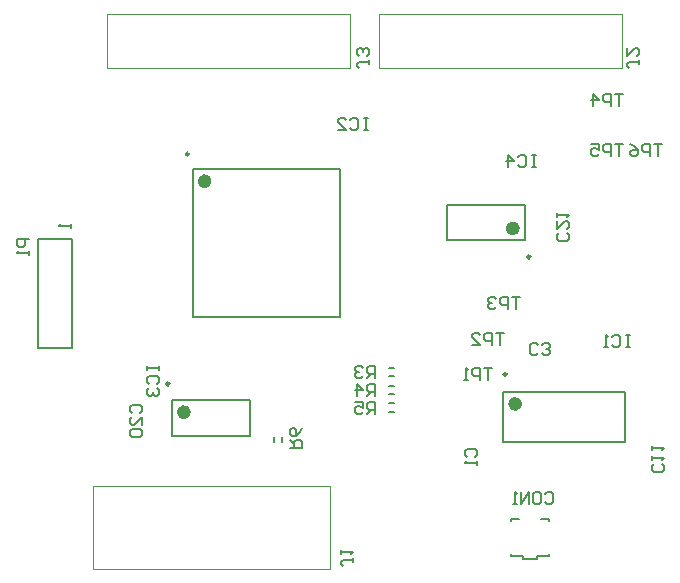
<source format=gto>
%FSLAX43Y43*%
%MOMM*%
G71*
G01*
G75*
G04 Layer_Color=65535*
%ADD10C,0.305*%
%ADD11C,1.000*%
%ADD12O,0.350X2.000*%
%ADD13R,0.700X0.900*%
%ADD14R,0.900X0.800*%
%ADD15R,0.800X0.900*%
%ADD16R,0.900X0.700*%
%ADD17O,1.800X0.300*%
%ADD18O,0.300X1.800*%
%ADD19O,0.450X2.200*%
%ADD20R,1.050X2.200*%
%ADD21R,1.000X1.050*%
%ADD22C,0.127*%
%ADD23C,4.500*%
%ADD24C,1.500*%
%ADD25C,1.300*%
%ADD26R,1.300X1.300*%
%ADD27C,0.889*%
%ADD28R,1.400X1.100*%
%ADD29R,1.400X1.200*%
%ADD30R,2.100X0.900*%
%ADD31R,2.100X3.200*%
%ADD32C,0.600*%
%ADD33C,0.250*%
%ADD34C,0.200*%
%ADD35C,0.100*%
%ADD36C,0.152*%
%ADD37C,0.152*%
D32*
X14400Y14600D02*
G03*
X14400Y14600I300J0D01*
G01*
X42256Y30158D02*
G03*
X42256Y30158I300J0D01*
G01*
X16150Y34150D02*
G03*
X16150Y34150I300J0D01*
G01*
X42450Y15300D02*
G03*
X42450Y15300I300J0D01*
G01*
D33*
X13225Y17000D02*
G03*
X13225Y17000I125J0D01*
G01*
X43781Y27758D02*
G03*
X43781Y27758I125J0D01*
G01*
X14875Y36450D02*
G03*
X14875Y36450I125J0D01*
G01*
X41775Y17800D02*
G03*
X41775Y17800I125J0D01*
G01*
D34*
X20300Y12600D02*
Y15600D01*
X13700Y12600D02*
Y15600D01*
X20300Y12600D02*
X13700D01*
X20300Y15600D02*
X13700D01*
X32500Y15350D02*
X32100D01*
X32500Y14650D02*
X32100D01*
X32500Y16850D02*
X32100D01*
X32500Y16150D02*
X32100D01*
X32500Y18350D02*
X32100D01*
X32500Y17650D02*
X32100D01*
X22350Y12100D02*
Y12500D01*
X23050Y12100D02*
Y12500D01*
X4000Y29300D02*
X2375D01*
Y20050D02*
Y29300D01*
X5200Y20050D02*
X2375D01*
X5200D02*
Y29300D01*
X4000D01*
X36956Y29158D02*
Y32158D01*
X43556Y29158D02*
Y32158D01*
X36956D01*
X43556Y29158D02*
X36956D01*
X27950Y22650D02*
Y35150D01*
X15450Y22650D02*
Y35150D01*
X27950Y22650D02*
X15450D01*
X27950Y35150D02*
X15450D01*
X52050Y16300D02*
X41750D01*
X52050Y12100D02*
X41750D01*
Y16300D01*
X52050Y12100D02*
Y16300D01*
X44600Y2200D02*
X43400D01*
X44600D02*
Y2400D01*
X43400Y2200D02*
Y2400D01*
X45600D02*
Y2600D01*
Y2400D02*
X44600D01*
X42400D02*
Y2600D01*
X43400Y2400D02*
X42400D01*
X45600Y5400D02*
Y5600D01*
X44900D01*
X43100D02*
X42400D01*
Y5400D02*
Y5600D01*
D35*
X27100Y1366D02*
Y8310D01*
Y1366D02*
X7000D01*
X27100Y8310D02*
X7000D01*
Y1366D02*
Y8310D01*
X31200Y43706D02*
Y48300D01*
X51800D02*
X31200D01*
X51800Y43706D02*
X31200D01*
X51800D02*
Y48300D01*
X8200Y43706D02*
Y48300D01*
X28800D02*
X8200D01*
X28800Y43706D02*
X8200D01*
X28800D02*
Y48300D01*
D36*
X51899Y37317D02*
X51222D01*
X51560D01*
Y36301D01*
X50883D02*
Y37317D01*
X50375D01*
X50206Y37148D01*
Y36809D01*
X50375Y36640D01*
X50883D01*
X49190Y37317D02*
X49867D01*
Y36809D01*
X49529Y36978D01*
X49360D01*
X49190Y36809D01*
Y36470D01*
X49360Y36301D01*
X49698D01*
X49867Y36470D01*
X51900Y41516D02*
X51223D01*
X51561D01*
Y40500D01*
X50884D02*
Y41516D01*
X50376D01*
X50207Y41346D01*
Y41008D01*
X50376Y40839D01*
X50884D01*
X49361Y40500D02*
Y41516D01*
X49869Y41008D01*
X49192D01*
X55200Y37316D02*
X54523D01*
X54861D01*
Y36300D01*
X54184D02*
Y37316D01*
X53676D01*
X53507Y37146D01*
Y36808D01*
X53676Y36639D01*
X54184D01*
X52492Y37316D02*
X52830Y37146D01*
X53169Y36808D01*
Y36469D01*
X52999Y36300D01*
X52661D01*
X52492Y36469D01*
Y36639D01*
X52661Y36808D01*
X53169D01*
X40800Y18316D02*
X40123D01*
X40461D01*
Y17300D01*
X39784D02*
Y18316D01*
X39276D01*
X39107Y18146D01*
Y17808D01*
X39276Y17639D01*
X39784D01*
X38769Y17300D02*
X38430D01*
X38599D01*
Y18316D01*
X38769Y18146D01*
X41800Y21316D02*
X41123D01*
X41461D01*
Y20300D01*
X40784D02*
Y21316D01*
X40276D01*
X40107Y21146D01*
Y20808D01*
X40276Y20639D01*
X40784D01*
X39092Y20300D02*
X39769D01*
X39092Y20977D01*
Y21146D01*
X39261Y21316D01*
X39599D01*
X39769Y21146D01*
X43200Y24316D02*
X42523D01*
X42861D01*
Y23300D01*
X42184D02*
Y24316D01*
X41676D01*
X41507Y24146D01*
Y23808D01*
X41676Y23639D01*
X42184D01*
X41169Y24146D02*
X40999Y24316D01*
X40661D01*
X40492Y24146D01*
Y23977D01*
X40661Y23808D01*
X40830D01*
X40661D01*
X40492Y23639D01*
Y23469D01*
X40661Y23300D01*
X40999D01*
X41169Y23469D01*
D37*
X38654Y10823D02*
X38484Y10992D01*
Y11331D01*
X38654Y11500D01*
X39331D01*
X39500Y11331D01*
Y10992D01*
X39331Y10823D01*
X39500Y10484D02*
Y10146D01*
Y10315D01*
X38484D01*
X38654Y10484D01*
X44715Y19638D02*
X44546Y19468D01*
X44207D01*
X44038Y19638D01*
Y20315D01*
X44207Y20484D01*
X44546D01*
X44715Y20315D01*
X45054Y19638D02*
X45223Y19468D01*
X45561D01*
X45731Y19638D01*
Y19807D01*
X45561Y19976D01*
X45392D01*
X45561D01*
X45731Y20145D01*
Y20315D01*
X45561Y20484D01*
X45223D01*
X45054Y20315D01*
X55146Y10177D02*
X55316Y10008D01*
Y9669D01*
X55146Y9500D01*
X54469D01*
X54300Y9669D01*
Y10008D01*
X54469Y10177D01*
X54300Y10516D02*
Y10854D01*
Y10685D01*
X55316D01*
X55146Y10516D01*
X54300Y11362D02*
Y11701D01*
Y11531D01*
X55316D01*
X55146Y11362D01*
X10290Y14505D02*
X10120Y14674D01*
Y15013D01*
X10290Y15182D01*
X10967D01*
X11136Y15013D01*
Y14674D01*
X10967Y14505D01*
X11136Y13489D02*
Y14166D01*
X10459Y13489D01*
X10290D01*
X10120Y13658D01*
Y13997D01*
X10290Y14166D01*
Y13151D02*
X10120Y12981D01*
Y12643D01*
X10290Y12474D01*
X10967D01*
X11136Y12643D01*
Y12981D01*
X10967Y13151D01*
X10290D01*
X47172Y29813D02*
X47342Y29644D01*
Y29305D01*
X47172Y29136D01*
X46495D01*
X46326Y29305D01*
Y29644D01*
X46495Y29813D01*
X46326Y30829D02*
Y30152D01*
X47003Y30829D01*
X47172D01*
X47342Y30660D01*
Y30321D01*
X47172Y30152D01*
X46326Y31167D02*
Y31506D01*
Y31337D01*
X47342D01*
X47172Y31167D01*
X45279Y7666D02*
X45448Y7835D01*
X45787D01*
X45956Y7666D01*
Y6989D01*
X45787Y6819D01*
X45448D01*
X45279Y6989D01*
X44432Y7835D02*
X44771D01*
X44940Y7666D01*
Y6989D01*
X44771Y6819D01*
X44432D01*
X44263Y6989D01*
Y7666D01*
X44432Y7835D01*
X43924Y6819D02*
Y7835D01*
X43247Y6819D01*
Y7835D01*
X42909Y6819D02*
X42570D01*
X42739D01*
Y7835D01*
X42909Y7666D01*
X52495Y21135D02*
X52156D01*
X52326D01*
Y20120D01*
X52495D01*
X52156D01*
X50971Y20966D02*
X51141Y21135D01*
X51479D01*
X51649Y20966D01*
Y20289D01*
X51479Y20120D01*
X51141D01*
X50971Y20289D01*
X50633Y20120D02*
X50294D01*
X50464D01*
Y21135D01*
X50633Y20966D01*
X30300Y39516D02*
X29961D01*
X30131D01*
Y38500D01*
X30300D01*
X29961D01*
X28776Y39346D02*
X28946Y39516D01*
X29284D01*
X29454Y39346D01*
Y38669D01*
X29284Y38500D01*
X28946D01*
X28776Y38669D01*
X27761Y38500D02*
X28438D01*
X27761Y39177D01*
Y39346D01*
X27930Y39516D01*
X28269D01*
X28438Y39346D01*
X11584Y18500D02*
Y18161D01*
Y18331D01*
X12600D01*
Y18500D01*
Y18161D01*
X11754Y16976D02*
X11584Y17146D01*
Y17484D01*
X11754Y17654D01*
X12431D01*
X12600Y17484D01*
Y17146D01*
X12431Y16976D01*
X11754Y16638D02*
X11584Y16469D01*
Y16130D01*
X11754Y15961D01*
X11923D01*
X12092Y16130D01*
Y16299D01*
Y16130D01*
X12261Y15961D01*
X12431D01*
X12600Y16130D01*
Y16469D01*
X12431Y16638D01*
X44500Y36416D02*
X44161D01*
X44331D01*
Y35400D01*
X44500D01*
X44161D01*
X42976Y36246D02*
X43146Y36416D01*
X43484D01*
X43654Y36246D01*
Y35569D01*
X43484Y35400D01*
X43146D01*
X42976Y35569D01*
X42130Y35400D02*
Y36416D01*
X42638Y35908D01*
X41961D01*
X53222Y44423D02*
Y44085D01*
Y44254D01*
X52375D01*
X52206Y44085D01*
Y43915D01*
X52375Y43746D01*
X52206Y45439D02*
Y44762D01*
X52883Y45439D01*
X53052D01*
X53222Y45270D01*
Y44931D01*
X53052Y44762D01*
X30362Y44423D02*
Y44085D01*
Y44254D01*
X29515D01*
X29346Y44085D01*
Y43915D01*
X29515Y43746D01*
X30192Y44762D02*
X30362Y44931D01*
Y45270D01*
X30192Y45439D01*
X30023D01*
X29854Y45270D01*
Y45100D01*
Y45270D01*
X29685Y45439D01*
X29515D01*
X29346Y45270D01*
Y44931D01*
X29515Y44762D01*
X29020Y2215D02*
Y1877D01*
Y2046D01*
X28173D01*
X28004Y1877D01*
Y1707D01*
X28173Y1538D01*
X28004Y2554D02*
Y2892D01*
Y2723D01*
X29020D01*
X28850Y2554D01*
X1600Y29300D02*
X584D01*
Y28792D01*
X754Y28623D01*
X1092D01*
X1261Y28792D01*
Y29300D01*
X1600Y28284D02*
Y27946D01*
Y28115D01*
X584D01*
X754Y28284D01*
X30868Y17528D02*
Y18544D01*
X30360D01*
X30191Y18374D01*
Y18036D01*
X30360Y17867D01*
X30868D01*
X30529D02*
X30191Y17528D01*
X29852Y18374D02*
X29683Y18544D01*
X29344D01*
X29175Y18374D01*
Y18205D01*
X29344Y18036D01*
X29514D01*
X29344D01*
X29175Y17867D01*
Y17697D01*
X29344Y17528D01*
X29683D01*
X29852Y17697D01*
X30868Y16004D02*
Y17020D01*
X30360D01*
X30191Y16850D01*
Y16512D01*
X30360Y16343D01*
X30868D01*
X30529D02*
X30191Y16004D01*
X29344D02*
Y17020D01*
X29852Y16512D01*
X29175D01*
X30868Y14480D02*
Y15496D01*
X30360D01*
X30191Y15326D01*
Y14988D01*
X30360Y14819D01*
X30868D01*
X30529D02*
X30191Y14480D01*
X29175Y15496D02*
X29852D01*
Y14988D01*
X29514Y15157D01*
X29344D01*
X29175Y14988D01*
Y14649D01*
X29344Y14480D01*
X29683D01*
X29852Y14649D01*
X23716Y11538D02*
X24732D01*
Y12046D01*
X24562Y12215D01*
X24224D01*
X24055Y12046D01*
Y11538D01*
Y11877D02*
X23716Y12215D01*
X24732Y13231D02*
X24562Y12892D01*
X24224Y12554D01*
X23885D01*
X23716Y12723D01*
Y13062D01*
X23885Y13231D01*
X24055D01*
X24224Y13062D01*
Y12554D01*
X5122Y30498D02*
Y30159D01*
Y30329D01*
X4106D01*
X4276Y30498D01*
M02*

</source>
